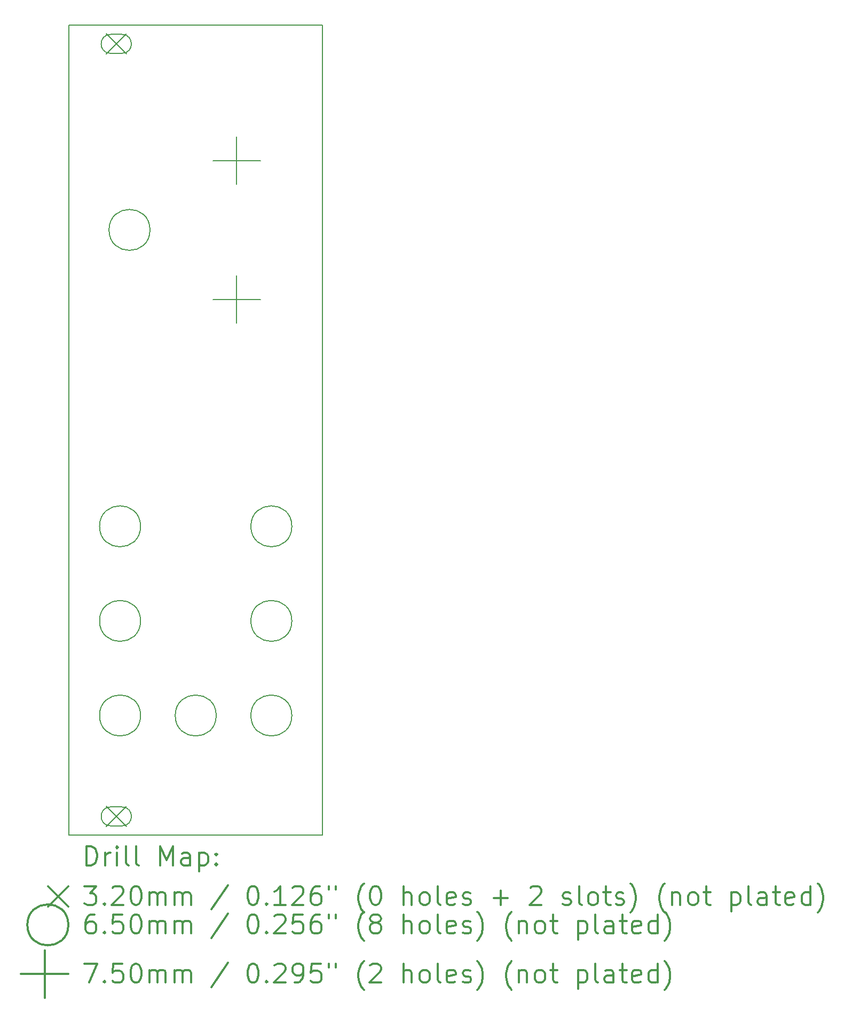
<source format=gbr>
%FSLAX45Y45*%
G04 Gerber Fmt 4.5, Leading zero omitted, Abs format (unit mm)*
G04 Created by KiCad (PCBNEW (5.0.0-rc2)) date Wed Jul  8 20:50:28 2020*
%MOMM*%
%LPD*%
G01*
G04 APERTURE LIST*
%ADD10C,0.200000*%
%ADD11C,0.300000*%
G04 APERTURE END LIST*
D10*
X0Y12850000D02*
X0Y0D01*
X4020000Y12850000D02*
X0Y12850000D01*
X4020000Y0D02*
X4020000Y12850000D01*
X0Y0D02*
X4020000Y0D01*
D10*
X590000Y460000D02*
X910000Y140000D01*
X910000Y460000D02*
X590000Y140000D01*
X660000Y150000D02*
X840000Y150000D01*
X660000Y450000D02*
X840000Y450000D01*
X840000Y150000D02*
G75*
G03X840000Y450000I0J150000D01*
G01*
X660000Y450000D02*
G75*
G03X660000Y150000I0J-150000D01*
G01*
X590000Y12710000D02*
X910000Y12390000D01*
X910000Y12710000D02*
X590000Y12390000D01*
X660000Y12400000D02*
X840000Y12400000D01*
X660000Y12700000D02*
X840000Y12700000D01*
X840000Y12400000D02*
G75*
G03X840000Y12700000I0J150000D01*
G01*
X660000Y12700000D02*
G75*
G03X660000Y12400000I0J-150000D01*
G01*
X1285000Y9600000D02*
G75*
G03X1285000Y9600000I-325000J0D01*
G01*
X1135000Y4900000D02*
G75*
G03X1135000Y4900000I-325000J0D01*
G01*
X3535000Y3400000D02*
G75*
G03X3535000Y3400000I-325000J0D01*
G01*
X3535000Y4900000D02*
G75*
G03X3535000Y4900000I-325000J0D01*
G01*
X1135000Y3400000D02*
G75*
G03X1135000Y3400000I-325000J0D01*
G01*
X1135000Y1900000D02*
G75*
G03X1135000Y1900000I-325000J0D01*
G01*
X3535000Y1900000D02*
G75*
G03X3535000Y1900000I-325000J0D01*
G01*
X2335000Y1900000D02*
G75*
G03X2335000Y1900000I-325000J0D01*
G01*
X2660000Y8875000D02*
X2660000Y8125000D01*
X2285000Y8500000D02*
X3035000Y8500000D01*
X2660000Y11075000D02*
X2660000Y10325000D01*
X2285000Y10700000D02*
X3035000Y10700000D01*
D11*
X276428Y-475714D02*
X276428Y-175714D01*
X347857Y-175714D01*
X390714Y-190000D01*
X419286Y-218571D01*
X433571Y-247143D01*
X447857Y-304286D01*
X447857Y-347143D01*
X433571Y-404286D01*
X419286Y-432857D01*
X390714Y-461429D01*
X347857Y-475714D01*
X276428Y-475714D01*
X576428Y-475714D02*
X576428Y-275714D01*
X576428Y-332857D02*
X590714Y-304286D01*
X605000Y-290000D01*
X633571Y-275714D01*
X662143Y-275714D01*
X762143Y-475714D02*
X762143Y-275714D01*
X762143Y-175714D02*
X747857Y-190000D01*
X762143Y-204286D01*
X776428Y-190000D01*
X762143Y-175714D01*
X762143Y-204286D01*
X947857Y-475714D02*
X919286Y-461429D01*
X905000Y-432857D01*
X905000Y-175714D01*
X1105000Y-475714D02*
X1076428Y-461429D01*
X1062143Y-432857D01*
X1062143Y-175714D01*
X1447857Y-475714D02*
X1447857Y-175714D01*
X1547857Y-390000D01*
X1647857Y-175714D01*
X1647857Y-475714D01*
X1919286Y-475714D02*
X1919286Y-318572D01*
X1905000Y-290000D01*
X1876428Y-275714D01*
X1819286Y-275714D01*
X1790714Y-290000D01*
X1919286Y-461429D02*
X1890714Y-475714D01*
X1819286Y-475714D01*
X1790714Y-461429D01*
X1776428Y-432857D01*
X1776428Y-404286D01*
X1790714Y-375714D01*
X1819286Y-361429D01*
X1890714Y-361429D01*
X1919286Y-347143D01*
X2062143Y-275714D02*
X2062143Y-575714D01*
X2062143Y-290000D02*
X2090714Y-275714D01*
X2147857Y-275714D01*
X2176428Y-290000D01*
X2190714Y-304286D01*
X2205000Y-332857D01*
X2205000Y-418571D01*
X2190714Y-447143D01*
X2176428Y-461429D01*
X2147857Y-475714D01*
X2090714Y-475714D01*
X2062143Y-461429D01*
X2333571Y-447143D02*
X2347857Y-461429D01*
X2333571Y-475714D01*
X2319286Y-461429D01*
X2333571Y-447143D01*
X2333571Y-475714D01*
X2333571Y-290000D02*
X2347857Y-304286D01*
X2333571Y-318572D01*
X2319286Y-304286D01*
X2333571Y-290000D01*
X2333571Y-318572D01*
X-330000Y-810000D02*
X-10000Y-1130000D01*
X-10000Y-810000D02*
X-330000Y-1130000D01*
X247857Y-805714D02*
X433571Y-805714D01*
X333571Y-920000D01*
X376428Y-920000D01*
X405000Y-934286D01*
X419286Y-948571D01*
X433571Y-977143D01*
X433571Y-1048571D01*
X419286Y-1077143D01*
X405000Y-1091429D01*
X376428Y-1105714D01*
X290714Y-1105714D01*
X262143Y-1091429D01*
X247857Y-1077143D01*
X562143Y-1077143D02*
X576428Y-1091429D01*
X562143Y-1105714D01*
X547857Y-1091429D01*
X562143Y-1077143D01*
X562143Y-1105714D01*
X690714Y-834286D02*
X705000Y-820000D01*
X733571Y-805714D01*
X805000Y-805714D01*
X833571Y-820000D01*
X847857Y-834286D01*
X862143Y-862857D01*
X862143Y-891429D01*
X847857Y-934286D01*
X676428Y-1105714D01*
X862143Y-1105714D01*
X1047857Y-805714D02*
X1076428Y-805714D01*
X1105000Y-820000D01*
X1119286Y-834286D01*
X1133571Y-862857D01*
X1147857Y-920000D01*
X1147857Y-991429D01*
X1133571Y-1048571D01*
X1119286Y-1077143D01*
X1105000Y-1091429D01*
X1076428Y-1105714D01*
X1047857Y-1105714D01*
X1019286Y-1091429D01*
X1005000Y-1077143D01*
X990714Y-1048571D01*
X976428Y-991429D01*
X976428Y-920000D01*
X990714Y-862857D01*
X1005000Y-834286D01*
X1019286Y-820000D01*
X1047857Y-805714D01*
X1276428Y-1105714D02*
X1276428Y-905714D01*
X1276428Y-934286D02*
X1290714Y-920000D01*
X1319286Y-905714D01*
X1362143Y-905714D01*
X1390714Y-920000D01*
X1405000Y-948571D01*
X1405000Y-1105714D01*
X1405000Y-948571D02*
X1419286Y-920000D01*
X1447857Y-905714D01*
X1490714Y-905714D01*
X1519286Y-920000D01*
X1533571Y-948571D01*
X1533571Y-1105714D01*
X1676428Y-1105714D02*
X1676428Y-905714D01*
X1676428Y-934286D02*
X1690714Y-920000D01*
X1719286Y-905714D01*
X1762143Y-905714D01*
X1790714Y-920000D01*
X1805000Y-948571D01*
X1805000Y-1105714D01*
X1805000Y-948571D02*
X1819286Y-920000D01*
X1847857Y-905714D01*
X1890714Y-905714D01*
X1919286Y-920000D01*
X1933571Y-948571D01*
X1933571Y-1105714D01*
X2519286Y-791429D02*
X2262143Y-1177143D01*
X2905000Y-805714D02*
X2933571Y-805714D01*
X2962143Y-820000D01*
X2976428Y-834286D01*
X2990714Y-862857D01*
X3005000Y-920000D01*
X3005000Y-991429D01*
X2990714Y-1048571D01*
X2976428Y-1077143D01*
X2962143Y-1091429D01*
X2933571Y-1105714D01*
X2905000Y-1105714D01*
X2876428Y-1091429D01*
X2862143Y-1077143D01*
X2847857Y-1048571D01*
X2833571Y-991429D01*
X2833571Y-920000D01*
X2847857Y-862857D01*
X2862143Y-834286D01*
X2876428Y-820000D01*
X2905000Y-805714D01*
X3133571Y-1077143D02*
X3147857Y-1091429D01*
X3133571Y-1105714D01*
X3119286Y-1091429D01*
X3133571Y-1077143D01*
X3133571Y-1105714D01*
X3433571Y-1105714D02*
X3262143Y-1105714D01*
X3347857Y-1105714D02*
X3347857Y-805714D01*
X3319286Y-848571D01*
X3290714Y-877143D01*
X3262143Y-891429D01*
X3547857Y-834286D02*
X3562143Y-820000D01*
X3590714Y-805714D01*
X3662143Y-805714D01*
X3690714Y-820000D01*
X3705000Y-834286D01*
X3719286Y-862857D01*
X3719286Y-891429D01*
X3705000Y-934286D01*
X3533571Y-1105714D01*
X3719286Y-1105714D01*
X3976428Y-805714D02*
X3919286Y-805714D01*
X3890714Y-820000D01*
X3876428Y-834286D01*
X3847857Y-877143D01*
X3833571Y-934286D01*
X3833571Y-1048571D01*
X3847857Y-1077143D01*
X3862143Y-1091429D01*
X3890714Y-1105714D01*
X3947857Y-1105714D01*
X3976428Y-1091429D01*
X3990714Y-1077143D01*
X4005000Y-1048571D01*
X4005000Y-977143D01*
X3990714Y-948571D01*
X3976428Y-934286D01*
X3947857Y-920000D01*
X3890714Y-920000D01*
X3862143Y-934286D01*
X3847857Y-948571D01*
X3833571Y-977143D01*
X4119286Y-805714D02*
X4119286Y-862857D01*
X4233571Y-805714D02*
X4233571Y-862857D01*
X4676428Y-1220000D02*
X4662143Y-1205714D01*
X4633571Y-1162857D01*
X4619286Y-1134286D01*
X4605000Y-1091429D01*
X4590714Y-1020000D01*
X4590714Y-962857D01*
X4605000Y-891429D01*
X4619286Y-848571D01*
X4633571Y-820000D01*
X4662143Y-777143D01*
X4676428Y-762857D01*
X4847857Y-805714D02*
X4876428Y-805714D01*
X4905000Y-820000D01*
X4919286Y-834286D01*
X4933571Y-862857D01*
X4947857Y-920000D01*
X4947857Y-991429D01*
X4933571Y-1048571D01*
X4919286Y-1077143D01*
X4905000Y-1091429D01*
X4876428Y-1105714D01*
X4847857Y-1105714D01*
X4819286Y-1091429D01*
X4805000Y-1077143D01*
X4790714Y-1048571D01*
X4776428Y-991429D01*
X4776428Y-920000D01*
X4790714Y-862857D01*
X4805000Y-834286D01*
X4819286Y-820000D01*
X4847857Y-805714D01*
X5305000Y-1105714D02*
X5305000Y-805714D01*
X5433571Y-1105714D02*
X5433571Y-948571D01*
X5419286Y-920000D01*
X5390714Y-905714D01*
X5347857Y-905714D01*
X5319286Y-920000D01*
X5305000Y-934286D01*
X5619286Y-1105714D02*
X5590714Y-1091429D01*
X5576428Y-1077143D01*
X5562143Y-1048571D01*
X5562143Y-962857D01*
X5576428Y-934286D01*
X5590714Y-920000D01*
X5619286Y-905714D01*
X5662143Y-905714D01*
X5690714Y-920000D01*
X5705000Y-934286D01*
X5719286Y-962857D01*
X5719286Y-1048571D01*
X5705000Y-1077143D01*
X5690714Y-1091429D01*
X5662143Y-1105714D01*
X5619286Y-1105714D01*
X5890714Y-1105714D02*
X5862143Y-1091429D01*
X5847857Y-1062857D01*
X5847857Y-805714D01*
X6119286Y-1091429D02*
X6090714Y-1105714D01*
X6033571Y-1105714D01*
X6005000Y-1091429D01*
X5990714Y-1062857D01*
X5990714Y-948571D01*
X6005000Y-920000D01*
X6033571Y-905714D01*
X6090714Y-905714D01*
X6119286Y-920000D01*
X6133571Y-948571D01*
X6133571Y-977143D01*
X5990714Y-1005714D01*
X6247857Y-1091429D02*
X6276428Y-1105714D01*
X6333571Y-1105714D01*
X6362143Y-1091429D01*
X6376428Y-1062857D01*
X6376428Y-1048571D01*
X6362143Y-1020000D01*
X6333571Y-1005714D01*
X6290714Y-1005714D01*
X6262143Y-991429D01*
X6247857Y-962857D01*
X6247857Y-948571D01*
X6262143Y-920000D01*
X6290714Y-905714D01*
X6333571Y-905714D01*
X6362143Y-920000D01*
X6733571Y-991429D02*
X6962143Y-991429D01*
X6847857Y-1105714D02*
X6847857Y-877143D01*
X7319286Y-834286D02*
X7333571Y-820000D01*
X7362143Y-805714D01*
X7433571Y-805714D01*
X7462143Y-820000D01*
X7476428Y-834286D01*
X7490714Y-862857D01*
X7490714Y-891429D01*
X7476428Y-934286D01*
X7305000Y-1105714D01*
X7490714Y-1105714D01*
X7833571Y-1091429D02*
X7862143Y-1105714D01*
X7919286Y-1105714D01*
X7947857Y-1091429D01*
X7962143Y-1062857D01*
X7962143Y-1048571D01*
X7947857Y-1020000D01*
X7919286Y-1005714D01*
X7876428Y-1005714D01*
X7847857Y-991429D01*
X7833571Y-962857D01*
X7833571Y-948571D01*
X7847857Y-920000D01*
X7876428Y-905714D01*
X7919286Y-905714D01*
X7947857Y-920000D01*
X8133571Y-1105714D02*
X8105000Y-1091429D01*
X8090714Y-1062857D01*
X8090714Y-805714D01*
X8290714Y-1105714D02*
X8262143Y-1091429D01*
X8247857Y-1077143D01*
X8233571Y-1048571D01*
X8233571Y-962857D01*
X8247857Y-934286D01*
X8262143Y-920000D01*
X8290714Y-905714D01*
X8333571Y-905714D01*
X8362143Y-920000D01*
X8376428Y-934286D01*
X8390714Y-962857D01*
X8390714Y-1048571D01*
X8376428Y-1077143D01*
X8362143Y-1091429D01*
X8333571Y-1105714D01*
X8290714Y-1105714D01*
X8476428Y-905714D02*
X8590714Y-905714D01*
X8519286Y-805714D02*
X8519286Y-1062857D01*
X8533571Y-1091429D01*
X8562143Y-1105714D01*
X8590714Y-1105714D01*
X8676428Y-1091429D02*
X8705000Y-1105714D01*
X8762143Y-1105714D01*
X8790714Y-1091429D01*
X8805000Y-1062857D01*
X8805000Y-1048571D01*
X8790714Y-1020000D01*
X8762143Y-1005714D01*
X8719286Y-1005714D01*
X8690714Y-991429D01*
X8676428Y-962857D01*
X8676428Y-948571D01*
X8690714Y-920000D01*
X8719286Y-905714D01*
X8762143Y-905714D01*
X8790714Y-920000D01*
X8905000Y-1220000D02*
X8919286Y-1205714D01*
X8947857Y-1162857D01*
X8962143Y-1134286D01*
X8976428Y-1091429D01*
X8990714Y-1020000D01*
X8990714Y-962857D01*
X8976428Y-891429D01*
X8962143Y-848571D01*
X8947857Y-820000D01*
X8919286Y-777143D01*
X8905000Y-762857D01*
X9447857Y-1220000D02*
X9433571Y-1205714D01*
X9405000Y-1162857D01*
X9390714Y-1134286D01*
X9376428Y-1091429D01*
X9362143Y-1020000D01*
X9362143Y-962857D01*
X9376428Y-891429D01*
X9390714Y-848571D01*
X9405000Y-820000D01*
X9433571Y-777143D01*
X9447857Y-762857D01*
X9562143Y-905714D02*
X9562143Y-1105714D01*
X9562143Y-934286D02*
X9576428Y-920000D01*
X9605000Y-905714D01*
X9647857Y-905714D01*
X9676428Y-920000D01*
X9690714Y-948571D01*
X9690714Y-1105714D01*
X9876428Y-1105714D02*
X9847857Y-1091429D01*
X9833571Y-1077143D01*
X9819286Y-1048571D01*
X9819286Y-962857D01*
X9833571Y-934286D01*
X9847857Y-920000D01*
X9876428Y-905714D01*
X9919286Y-905714D01*
X9947857Y-920000D01*
X9962143Y-934286D01*
X9976428Y-962857D01*
X9976428Y-1048571D01*
X9962143Y-1077143D01*
X9947857Y-1091429D01*
X9919286Y-1105714D01*
X9876428Y-1105714D01*
X10062143Y-905714D02*
X10176428Y-905714D01*
X10105000Y-805714D02*
X10105000Y-1062857D01*
X10119286Y-1091429D01*
X10147857Y-1105714D01*
X10176428Y-1105714D01*
X10505000Y-905714D02*
X10505000Y-1205714D01*
X10505000Y-920000D02*
X10533571Y-905714D01*
X10590714Y-905714D01*
X10619286Y-920000D01*
X10633571Y-934286D01*
X10647857Y-962857D01*
X10647857Y-1048571D01*
X10633571Y-1077143D01*
X10619286Y-1091429D01*
X10590714Y-1105714D01*
X10533571Y-1105714D01*
X10505000Y-1091429D01*
X10819286Y-1105714D02*
X10790714Y-1091429D01*
X10776428Y-1062857D01*
X10776428Y-805714D01*
X11062143Y-1105714D02*
X11062143Y-948571D01*
X11047857Y-920000D01*
X11019286Y-905714D01*
X10962143Y-905714D01*
X10933571Y-920000D01*
X11062143Y-1091429D02*
X11033571Y-1105714D01*
X10962143Y-1105714D01*
X10933571Y-1091429D01*
X10919286Y-1062857D01*
X10919286Y-1034286D01*
X10933571Y-1005714D01*
X10962143Y-991429D01*
X11033571Y-991429D01*
X11062143Y-977143D01*
X11162143Y-905714D02*
X11276428Y-905714D01*
X11205000Y-805714D02*
X11205000Y-1062857D01*
X11219286Y-1091429D01*
X11247857Y-1105714D01*
X11276428Y-1105714D01*
X11490714Y-1091429D02*
X11462143Y-1105714D01*
X11405000Y-1105714D01*
X11376428Y-1091429D01*
X11362143Y-1062857D01*
X11362143Y-948571D01*
X11376428Y-920000D01*
X11405000Y-905714D01*
X11462143Y-905714D01*
X11490714Y-920000D01*
X11505000Y-948571D01*
X11505000Y-977143D01*
X11362143Y-1005714D01*
X11762143Y-1105714D02*
X11762143Y-805714D01*
X11762143Y-1091429D02*
X11733571Y-1105714D01*
X11676428Y-1105714D01*
X11647857Y-1091429D01*
X11633571Y-1077143D01*
X11619286Y-1048571D01*
X11619286Y-962857D01*
X11633571Y-934286D01*
X11647857Y-920000D01*
X11676428Y-905714D01*
X11733571Y-905714D01*
X11762143Y-920000D01*
X11876428Y-1220000D02*
X11890714Y-1205714D01*
X11919286Y-1162857D01*
X11933571Y-1134286D01*
X11947857Y-1091429D01*
X11962143Y-1020000D01*
X11962143Y-962857D01*
X11947857Y-891429D01*
X11933571Y-848571D01*
X11919286Y-820000D01*
X11890714Y-777143D01*
X11876428Y-762857D01*
X-10000Y-1420000D02*
G75*
G03X-10000Y-1420000I-325000J0D01*
G01*
X405000Y-1255714D02*
X347857Y-1255714D01*
X319286Y-1270000D01*
X305000Y-1284286D01*
X276428Y-1327143D01*
X262143Y-1384286D01*
X262143Y-1498571D01*
X276428Y-1527143D01*
X290714Y-1541429D01*
X319286Y-1555714D01*
X376428Y-1555714D01*
X405000Y-1541429D01*
X419286Y-1527143D01*
X433571Y-1498571D01*
X433571Y-1427143D01*
X419286Y-1398572D01*
X405000Y-1384286D01*
X376428Y-1370000D01*
X319286Y-1370000D01*
X290714Y-1384286D01*
X276428Y-1398572D01*
X262143Y-1427143D01*
X562143Y-1527143D02*
X576428Y-1541429D01*
X562143Y-1555714D01*
X547857Y-1541429D01*
X562143Y-1527143D01*
X562143Y-1555714D01*
X847857Y-1255714D02*
X705000Y-1255714D01*
X690714Y-1398572D01*
X705000Y-1384286D01*
X733571Y-1370000D01*
X805000Y-1370000D01*
X833571Y-1384286D01*
X847857Y-1398572D01*
X862143Y-1427143D01*
X862143Y-1498571D01*
X847857Y-1527143D01*
X833571Y-1541429D01*
X805000Y-1555714D01*
X733571Y-1555714D01*
X705000Y-1541429D01*
X690714Y-1527143D01*
X1047857Y-1255714D02*
X1076428Y-1255714D01*
X1105000Y-1270000D01*
X1119286Y-1284286D01*
X1133571Y-1312857D01*
X1147857Y-1370000D01*
X1147857Y-1441429D01*
X1133571Y-1498571D01*
X1119286Y-1527143D01*
X1105000Y-1541429D01*
X1076428Y-1555714D01*
X1047857Y-1555714D01*
X1019286Y-1541429D01*
X1005000Y-1527143D01*
X990714Y-1498571D01*
X976428Y-1441429D01*
X976428Y-1370000D01*
X990714Y-1312857D01*
X1005000Y-1284286D01*
X1019286Y-1270000D01*
X1047857Y-1255714D01*
X1276428Y-1555714D02*
X1276428Y-1355714D01*
X1276428Y-1384286D02*
X1290714Y-1370000D01*
X1319286Y-1355714D01*
X1362143Y-1355714D01*
X1390714Y-1370000D01*
X1405000Y-1398572D01*
X1405000Y-1555714D01*
X1405000Y-1398572D02*
X1419286Y-1370000D01*
X1447857Y-1355714D01*
X1490714Y-1355714D01*
X1519286Y-1370000D01*
X1533571Y-1398572D01*
X1533571Y-1555714D01*
X1676428Y-1555714D02*
X1676428Y-1355714D01*
X1676428Y-1384286D02*
X1690714Y-1370000D01*
X1719286Y-1355714D01*
X1762143Y-1355714D01*
X1790714Y-1370000D01*
X1805000Y-1398572D01*
X1805000Y-1555714D01*
X1805000Y-1398572D02*
X1819286Y-1370000D01*
X1847857Y-1355714D01*
X1890714Y-1355714D01*
X1919286Y-1370000D01*
X1933571Y-1398572D01*
X1933571Y-1555714D01*
X2519286Y-1241429D02*
X2262143Y-1627143D01*
X2905000Y-1255714D02*
X2933571Y-1255714D01*
X2962143Y-1270000D01*
X2976428Y-1284286D01*
X2990714Y-1312857D01*
X3005000Y-1370000D01*
X3005000Y-1441429D01*
X2990714Y-1498571D01*
X2976428Y-1527143D01*
X2962143Y-1541429D01*
X2933571Y-1555714D01*
X2905000Y-1555714D01*
X2876428Y-1541429D01*
X2862143Y-1527143D01*
X2847857Y-1498571D01*
X2833571Y-1441429D01*
X2833571Y-1370000D01*
X2847857Y-1312857D01*
X2862143Y-1284286D01*
X2876428Y-1270000D01*
X2905000Y-1255714D01*
X3133571Y-1527143D02*
X3147857Y-1541429D01*
X3133571Y-1555714D01*
X3119286Y-1541429D01*
X3133571Y-1527143D01*
X3133571Y-1555714D01*
X3262143Y-1284286D02*
X3276428Y-1270000D01*
X3305000Y-1255714D01*
X3376428Y-1255714D01*
X3405000Y-1270000D01*
X3419286Y-1284286D01*
X3433571Y-1312857D01*
X3433571Y-1341429D01*
X3419286Y-1384286D01*
X3247857Y-1555714D01*
X3433571Y-1555714D01*
X3705000Y-1255714D02*
X3562143Y-1255714D01*
X3547857Y-1398572D01*
X3562143Y-1384286D01*
X3590714Y-1370000D01*
X3662143Y-1370000D01*
X3690714Y-1384286D01*
X3705000Y-1398572D01*
X3719286Y-1427143D01*
X3719286Y-1498571D01*
X3705000Y-1527143D01*
X3690714Y-1541429D01*
X3662143Y-1555714D01*
X3590714Y-1555714D01*
X3562143Y-1541429D01*
X3547857Y-1527143D01*
X3976428Y-1255714D02*
X3919286Y-1255714D01*
X3890714Y-1270000D01*
X3876428Y-1284286D01*
X3847857Y-1327143D01*
X3833571Y-1384286D01*
X3833571Y-1498571D01*
X3847857Y-1527143D01*
X3862143Y-1541429D01*
X3890714Y-1555714D01*
X3947857Y-1555714D01*
X3976428Y-1541429D01*
X3990714Y-1527143D01*
X4005000Y-1498571D01*
X4005000Y-1427143D01*
X3990714Y-1398572D01*
X3976428Y-1384286D01*
X3947857Y-1370000D01*
X3890714Y-1370000D01*
X3862143Y-1384286D01*
X3847857Y-1398572D01*
X3833571Y-1427143D01*
X4119286Y-1255714D02*
X4119286Y-1312857D01*
X4233571Y-1255714D02*
X4233571Y-1312857D01*
X4676428Y-1670000D02*
X4662143Y-1655714D01*
X4633571Y-1612857D01*
X4619286Y-1584286D01*
X4605000Y-1541429D01*
X4590714Y-1470000D01*
X4590714Y-1412857D01*
X4605000Y-1341429D01*
X4619286Y-1298572D01*
X4633571Y-1270000D01*
X4662143Y-1227143D01*
X4676428Y-1212857D01*
X4833571Y-1384286D02*
X4805000Y-1370000D01*
X4790714Y-1355714D01*
X4776428Y-1327143D01*
X4776428Y-1312857D01*
X4790714Y-1284286D01*
X4805000Y-1270000D01*
X4833571Y-1255714D01*
X4890714Y-1255714D01*
X4919286Y-1270000D01*
X4933571Y-1284286D01*
X4947857Y-1312857D01*
X4947857Y-1327143D01*
X4933571Y-1355714D01*
X4919286Y-1370000D01*
X4890714Y-1384286D01*
X4833571Y-1384286D01*
X4805000Y-1398572D01*
X4790714Y-1412857D01*
X4776428Y-1441429D01*
X4776428Y-1498571D01*
X4790714Y-1527143D01*
X4805000Y-1541429D01*
X4833571Y-1555714D01*
X4890714Y-1555714D01*
X4919286Y-1541429D01*
X4933571Y-1527143D01*
X4947857Y-1498571D01*
X4947857Y-1441429D01*
X4933571Y-1412857D01*
X4919286Y-1398572D01*
X4890714Y-1384286D01*
X5305000Y-1555714D02*
X5305000Y-1255714D01*
X5433571Y-1555714D02*
X5433571Y-1398572D01*
X5419286Y-1370000D01*
X5390714Y-1355714D01*
X5347857Y-1355714D01*
X5319286Y-1370000D01*
X5305000Y-1384286D01*
X5619286Y-1555714D02*
X5590714Y-1541429D01*
X5576428Y-1527143D01*
X5562143Y-1498571D01*
X5562143Y-1412857D01*
X5576428Y-1384286D01*
X5590714Y-1370000D01*
X5619286Y-1355714D01*
X5662143Y-1355714D01*
X5690714Y-1370000D01*
X5705000Y-1384286D01*
X5719286Y-1412857D01*
X5719286Y-1498571D01*
X5705000Y-1527143D01*
X5690714Y-1541429D01*
X5662143Y-1555714D01*
X5619286Y-1555714D01*
X5890714Y-1555714D02*
X5862143Y-1541429D01*
X5847857Y-1512857D01*
X5847857Y-1255714D01*
X6119286Y-1541429D02*
X6090714Y-1555714D01*
X6033571Y-1555714D01*
X6005000Y-1541429D01*
X5990714Y-1512857D01*
X5990714Y-1398572D01*
X6005000Y-1370000D01*
X6033571Y-1355714D01*
X6090714Y-1355714D01*
X6119286Y-1370000D01*
X6133571Y-1398572D01*
X6133571Y-1427143D01*
X5990714Y-1455714D01*
X6247857Y-1541429D02*
X6276428Y-1555714D01*
X6333571Y-1555714D01*
X6362143Y-1541429D01*
X6376428Y-1512857D01*
X6376428Y-1498571D01*
X6362143Y-1470000D01*
X6333571Y-1455714D01*
X6290714Y-1455714D01*
X6262143Y-1441429D01*
X6247857Y-1412857D01*
X6247857Y-1398572D01*
X6262143Y-1370000D01*
X6290714Y-1355714D01*
X6333571Y-1355714D01*
X6362143Y-1370000D01*
X6476428Y-1670000D02*
X6490714Y-1655714D01*
X6519286Y-1612857D01*
X6533571Y-1584286D01*
X6547857Y-1541429D01*
X6562143Y-1470000D01*
X6562143Y-1412857D01*
X6547857Y-1341429D01*
X6533571Y-1298572D01*
X6519286Y-1270000D01*
X6490714Y-1227143D01*
X6476428Y-1212857D01*
X7019286Y-1670000D02*
X7005000Y-1655714D01*
X6976428Y-1612857D01*
X6962143Y-1584286D01*
X6947857Y-1541429D01*
X6933571Y-1470000D01*
X6933571Y-1412857D01*
X6947857Y-1341429D01*
X6962143Y-1298572D01*
X6976428Y-1270000D01*
X7005000Y-1227143D01*
X7019286Y-1212857D01*
X7133571Y-1355714D02*
X7133571Y-1555714D01*
X7133571Y-1384286D02*
X7147857Y-1370000D01*
X7176428Y-1355714D01*
X7219286Y-1355714D01*
X7247857Y-1370000D01*
X7262143Y-1398572D01*
X7262143Y-1555714D01*
X7447857Y-1555714D02*
X7419286Y-1541429D01*
X7405000Y-1527143D01*
X7390714Y-1498571D01*
X7390714Y-1412857D01*
X7405000Y-1384286D01*
X7419286Y-1370000D01*
X7447857Y-1355714D01*
X7490714Y-1355714D01*
X7519286Y-1370000D01*
X7533571Y-1384286D01*
X7547857Y-1412857D01*
X7547857Y-1498571D01*
X7533571Y-1527143D01*
X7519286Y-1541429D01*
X7490714Y-1555714D01*
X7447857Y-1555714D01*
X7633571Y-1355714D02*
X7747857Y-1355714D01*
X7676428Y-1255714D02*
X7676428Y-1512857D01*
X7690714Y-1541429D01*
X7719286Y-1555714D01*
X7747857Y-1555714D01*
X8076428Y-1355714D02*
X8076428Y-1655714D01*
X8076428Y-1370000D02*
X8105000Y-1355714D01*
X8162143Y-1355714D01*
X8190714Y-1370000D01*
X8205000Y-1384286D01*
X8219286Y-1412857D01*
X8219286Y-1498571D01*
X8205000Y-1527143D01*
X8190714Y-1541429D01*
X8162143Y-1555714D01*
X8105000Y-1555714D01*
X8076428Y-1541429D01*
X8390714Y-1555714D02*
X8362143Y-1541429D01*
X8347857Y-1512857D01*
X8347857Y-1255714D01*
X8633571Y-1555714D02*
X8633571Y-1398572D01*
X8619286Y-1370000D01*
X8590714Y-1355714D01*
X8533571Y-1355714D01*
X8505000Y-1370000D01*
X8633571Y-1541429D02*
X8605000Y-1555714D01*
X8533571Y-1555714D01*
X8505000Y-1541429D01*
X8490714Y-1512857D01*
X8490714Y-1484286D01*
X8505000Y-1455714D01*
X8533571Y-1441429D01*
X8605000Y-1441429D01*
X8633571Y-1427143D01*
X8733571Y-1355714D02*
X8847857Y-1355714D01*
X8776428Y-1255714D02*
X8776428Y-1512857D01*
X8790714Y-1541429D01*
X8819286Y-1555714D01*
X8847857Y-1555714D01*
X9062143Y-1541429D02*
X9033571Y-1555714D01*
X8976428Y-1555714D01*
X8947857Y-1541429D01*
X8933571Y-1512857D01*
X8933571Y-1398572D01*
X8947857Y-1370000D01*
X8976428Y-1355714D01*
X9033571Y-1355714D01*
X9062143Y-1370000D01*
X9076428Y-1398572D01*
X9076428Y-1427143D01*
X8933571Y-1455714D01*
X9333571Y-1555714D02*
X9333571Y-1255714D01*
X9333571Y-1541429D02*
X9305000Y-1555714D01*
X9247857Y-1555714D01*
X9219286Y-1541429D01*
X9205000Y-1527143D01*
X9190714Y-1498571D01*
X9190714Y-1412857D01*
X9205000Y-1384286D01*
X9219286Y-1370000D01*
X9247857Y-1355714D01*
X9305000Y-1355714D01*
X9333571Y-1370000D01*
X9447857Y-1670000D02*
X9462143Y-1655714D01*
X9490714Y-1612857D01*
X9505000Y-1584286D01*
X9519286Y-1541429D01*
X9533571Y-1470000D01*
X9533571Y-1412857D01*
X9519286Y-1341429D01*
X9505000Y-1298572D01*
X9490714Y-1270000D01*
X9462143Y-1227143D01*
X9447857Y-1212857D01*
X-385000Y-1825000D02*
X-385000Y-2575000D01*
X-760000Y-2200000D02*
X-10000Y-2200000D01*
X247857Y-2035714D02*
X447857Y-2035714D01*
X319286Y-2335714D01*
X562143Y-2307143D02*
X576428Y-2321429D01*
X562143Y-2335714D01*
X547857Y-2321429D01*
X562143Y-2307143D01*
X562143Y-2335714D01*
X847857Y-2035714D02*
X705000Y-2035714D01*
X690714Y-2178572D01*
X705000Y-2164286D01*
X733571Y-2150000D01*
X805000Y-2150000D01*
X833571Y-2164286D01*
X847857Y-2178572D01*
X862143Y-2207143D01*
X862143Y-2278572D01*
X847857Y-2307143D01*
X833571Y-2321429D01*
X805000Y-2335714D01*
X733571Y-2335714D01*
X705000Y-2321429D01*
X690714Y-2307143D01*
X1047857Y-2035714D02*
X1076428Y-2035714D01*
X1105000Y-2050000D01*
X1119286Y-2064286D01*
X1133571Y-2092857D01*
X1147857Y-2150000D01*
X1147857Y-2221429D01*
X1133571Y-2278572D01*
X1119286Y-2307143D01*
X1105000Y-2321429D01*
X1076428Y-2335714D01*
X1047857Y-2335714D01*
X1019286Y-2321429D01*
X1005000Y-2307143D01*
X990714Y-2278572D01*
X976428Y-2221429D01*
X976428Y-2150000D01*
X990714Y-2092857D01*
X1005000Y-2064286D01*
X1019286Y-2050000D01*
X1047857Y-2035714D01*
X1276428Y-2335714D02*
X1276428Y-2135714D01*
X1276428Y-2164286D02*
X1290714Y-2150000D01*
X1319286Y-2135714D01*
X1362143Y-2135714D01*
X1390714Y-2150000D01*
X1405000Y-2178572D01*
X1405000Y-2335714D01*
X1405000Y-2178572D02*
X1419286Y-2150000D01*
X1447857Y-2135714D01*
X1490714Y-2135714D01*
X1519286Y-2150000D01*
X1533571Y-2178572D01*
X1533571Y-2335714D01*
X1676428Y-2335714D02*
X1676428Y-2135714D01*
X1676428Y-2164286D02*
X1690714Y-2150000D01*
X1719286Y-2135714D01*
X1762143Y-2135714D01*
X1790714Y-2150000D01*
X1805000Y-2178572D01*
X1805000Y-2335714D01*
X1805000Y-2178572D02*
X1819286Y-2150000D01*
X1847857Y-2135714D01*
X1890714Y-2135714D01*
X1919286Y-2150000D01*
X1933571Y-2178572D01*
X1933571Y-2335714D01*
X2519286Y-2021429D02*
X2262143Y-2407143D01*
X2905000Y-2035714D02*
X2933571Y-2035714D01*
X2962143Y-2050000D01*
X2976428Y-2064286D01*
X2990714Y-2092857D01*
X3005000Y-2150000D01*
X3005000Y-2221429D01*
X2990714Y-2278572D01*
X2976428Y-2307143D01*
X2962143Y-2321429D01*
X2933571Y-2335714D01*
X2905000Y-2335714D01*
X2876428Y-2321429D01*
X2862143Y-2307143D01*
X2847857Y-2278572D01*
X2833571Y-2221429D01*
X2833571Y-2150000D01*
X2847857Y-2092857D01*
X2862143Y-2064286D01*
X2876428Y-2050000D01*
X2905000Y-2035714D01*
X3133571Y-2307143D02*
X3147857Y-2321429D01*
X3133571Y-2335714D01*
X3119286Y-2321429D01*
X3133571Y-2307143D01*
X3133571Y-2335714D01*
X3262143Y-2064286D02*
X3276428Y-2050000D01*
X3305000Y-2035714D01*
X3376428Y-2035714D01*
X3405000Y-2050000D01*
X3419286Y-2064286D01*
X3433571Y-2092857D01*
X3433571Y-2121429D01*
X3419286Y-2164286D01*
X3247857Y-2335714D01*
X3433571Y-2335714D01*
X3576428Y-2335714D02*
X3633571Y-2335714D01*
X3662143Y-2321429D01*
X3676428Y-2307143D01*
X3705000Y-2264286D01*
X3719286Y-2207143D01*
X3719286Y-2092857D01*
X3705000Y-2064286D01*
X3690714Y-2050000D01*
X3662143Y-2035714D01*
X3605000Y-2035714D01*
X3576428Y-2050000D01*
X3562143Y-2064286D01*
X3547857Y-2092857D01*
X3547857Y-2164286D01*
X3562143Y-2192857D01*
X3576428Y-2207143D01*
X3605000Y-2221429D01*
X3662143Y-2221429D01*
X3690714Y-2207143D01*
X3705000Y-2192857D01*
X3719286Y-2164286D01*
X3990714Y-2035714D02*
X3847857Y-2035714D01*
X3833571Y-2178572D01*
X3847857Y-2164286D01*
X3876428Y-2150000D01*
X3947857Y-2150000D01*
X3976428Y-2164286D01*
X3990714Y-2178572D01*
X4005000Y-2207143D01*
X4005000Y-2278572D01*
X3990714Y-2307143D01*
X3976428Y-2321429D01*
X3947857Y-2335714D01*
X3876428Y-2335714D01*
X3847857Y-2321429D01*
X3833571Y-2307143D01*
X4119286Y-2035714D02*
X4119286Y-2092857D01*
X4233571Y-2035714D02*
X4233571Y-2092857D01*
X4676428Y-2450000D02*
X4662143Y-2435714D01*
X4633571Y-2392857D01*
X4619286Y-2364286D01*
X4605000Y-2321429D01*
X4590714Y-2250000D01*
X4590714Y-2192857D01*
X4605000Y-2121429D01*
X4619286Y-2078571D01*
X4633571Y-2050000D01*
X4662143Y-2007143D01*
X4676428Y-1992857D01*
X4776428Y-2064286D02*
X4790714Y-2050000D01*
X4819286Y-2035714D01*
X4890714Y-2035714D01*
X4919286Y-2050000D01*
X4933571Y-2064286D01*
X4947857Y-2092857D01*
X4947857Y-2121429D01*
X4933571Y-2164286D01*
X4762143Y-2335714D01*
X4947857Y-2335714D01*
X5305000Y-2335714D02*
X5305000Y-2035714D01*
X5433571Y-2335714D02*
X5433571Y-2178572D01*
X5419286Y-2150000D01*
X5390714Y-2135714D01*
X5347857Y-2135714D01*
X5319286Y-2150000D01*
X5305000Y-2164286D01*
X5619286Y-2335714D02*
X5590714Y-2321429D01*
X5576428Y-2307143D01*
X5562143Y-2278572D01*
X5562143Y-2192857D01*
X5576428Y-2164286D01*
X5590714Y-2150000D01*
X5619286Y-2135714D01*
X5662143Y-2135714D01*
X5690714Y-2150000D01*
X5705000Y-2164286D01*
X5719286Y-2192857D01*
X5719286Y-2278572D01*
X5705000Y-2307143D01*
X5690714Y-2321429D01*
X5662143Y-2335714D01*
X5619286Y-2335714D01*
X5890714Y-2335714D02*
X5862143Y-2321429D01*
X5847857Y-2292857D01*
X5847857Y-2035714D01*
X6119286Y-2321429D02*
X6090714Y-2335714D01*
X6033571Y-2335714D01*
X6005000Y-2321429D01*
X5990714Y-2292857D01*
X5990714Y-2178572D01*
X6005000Y-2150000D01*
X6033571Y-2135714D01*
X6090714Y-2135714D01*
X6119286Y-2150000D01*
X6133571Y-2178572D01*
X6133571Y-2207143D01*
X5990714Y-2235714D01*
X6247857Y-2321429D02*
X6276428Y-2335714D01*
X6333571Y-2335714D01*
X6362143Y-2321429D01*
X6376428Y-2292857D01*
X6376428Y-2278572D01*
X6362143Y-2250000D01*
X6333571Y-2235714D01*
X6290714Y-2235714D01*
X6262143Y-2221429D01*
X6247857Y-2192857D01*
X6247857Y-2178572D01*
X6262143Y-2150000D01*
X6290714Y-2135714D01*
X6333571Y-2135714D01*
X6362143Y-2150000D01*
X6476428Y-2450000D02*
X6490714Y-2435714D01*
X6519286Y-2392857D01*
X6533571Y-2364286D01*
X6547857Y-2321429D01*
X6562143Y-2250000D01*
X6562143Y-2192857D01*
X6547857Y-2121429D01*
X6533571Y-2078571D01*
X6519286Y-2050000D01*
X6490714Y-2007143D01*
X6476428Y-1992857D01*
X7019286Y-2450000D02*
X7005000Y-2435714D01*
X6976428Y-2392857D01*
X6962143Y-2364286D01*
X6947857Y-2321429D01*
X6933571Y-2250000D01*
X6933571Y-2192857D01*
X6947857Y-2121429D01*
X6962143Y-2078571D01*
X6976428Y-2050000D01*
X7005000Y-2007143D01*
X7019286Y-1992857D01*
X7133571Y-2135714D02*
X7133571Y-2335714D01*
X7133571Y-2164286D02*
X7147857Y-2150000D01*
X7176428Y-2135714D01*
X7219286Y-2135714D01*
X7247857Y-2150000D01*
X7262143Y-2178572D01*
X7262143Y-2335714D01*
X7447857Y-2335714D02*
X7419286Y-2321429D01*
X7405000Y-2307143D01*
X7390714Y-2278572D01*
X7390714Y-2192857D01*
X7405000Y-2164286D01*
X7419286Y-2150000D01*
X7447857Y-2135714D01*
X7490714Y-2135714D01*
X7519286Y-2150000D01*
X7533571Y-2164286D01*
X7547857Y-2192857D01*
X7547857Y-2278572D01*
X7533571Y-2307143D01*
X7519286Y-2321429D01*
X7490714Y-2335714D01*
X7447857Y-2335714D01*
X7633571Y-2135714D02*
X7747857Y-2135714D01*
X7676428Y-2035714D02*
X7676428Y-2292857D01*
X7690714Y-2321429D01*
X7719286Y-2335714D01*
X7747857Y-2335714D01*
X8076428Y-2135714D02*
X8076428Y-2435714D01*
X8076428Y-2150000D02*
X8105000Y-2135714D01*
X8162143Y-2135714D01*
X8190714Y-2150000D01*
X8205000Y-2164286D01*
X8219286Y-2192857D01*
X8219286Y-2278572D01*
X8205000Y-2307143D01*
X8190714Y-2321429D01*
X8162143Y-2335714D01*
X8105000Y-2335714D01*
X8076428Y-2321429D01*
X8390714Y-2335714D02*
X8362143Y-2321429D01*
X8347857Y-2292857D01*
X8347857Y-2035714D01*
X8633571Y-2335714D02*
X8633571Y-2178572D01*
X8619286Y-2150000D01*
X8590714Y-2135714D01*
X8533571Y-2135714D01*
X8505000Y-2150000D01*
X8633571Y-2321429D02*
X8605000Y-2335714D01*
X8533571Y-2335714D01*
X8505000Y-2321429D01*
X8490714Y-2292857D01*
X8490714Y-2264286D01*
X8505000Y-2235714D01*
X8533571Y-2221429D01*
X8605000Y-2221429D01*
X8633571Y-2207143D01*
X8733571Y-2135714D02*
X8847857Y-2135714D01*
X8776428Y-2035714D02*
X8776428Y-2292857D01*
X8790714Y-2321429D01*
X8819286Y-2335714D01*
X8847857Y-2335714D01*
X9062143Y-2321429D02*
X9033571Y-2335714D01*
X8976428Y-2335714D01*
X8947857Y-2321429D01*
X8933571Y-2292857D01*
X8933571Y-2178572D01*
X8947857Y-2150000D01*
X8976428Y-2135714D01*
X9033571Y-2135714D01*
X9062143Y-2150000D01*
X9076428Y-2178572D01*
X9076428Y-2207143D01*
X8933571Y-2235714D01*
X9333571Y-2335714D02*
X9333571Y-2035714D01*
X9333571Y-2321429D02*
X9305000Y-2335714D01*
X9247857Y-2335714D01*
X9219286Y-2321429D01*
X9205000Y-2307143D01*
X9190714Y-2278572D01*
X9190714Y-2192857D01*
X9205000Y-2164286D01*
X9219286Y-2150000D01*
X9247857Y-2135714D01*
X9305000Y-2135714D01*
X9333571Y-2150000D01*
X9447857Y-2450000D02*
X9462143Y-2435714D01*
X9490714Y-2392857D01*
X9505000Y-2364286D01*
X9519286Y-2321429D01*
X9533571Y-2250000D01*
X9533571Y-2192857D01*
X9519286Y-2121429D01*
X9505000Y-2078571D01*
X9490714Y-2050000D01*
X9462143Y-2007143D01*
X9447857Y-1992857D01*
M02*

</source>
